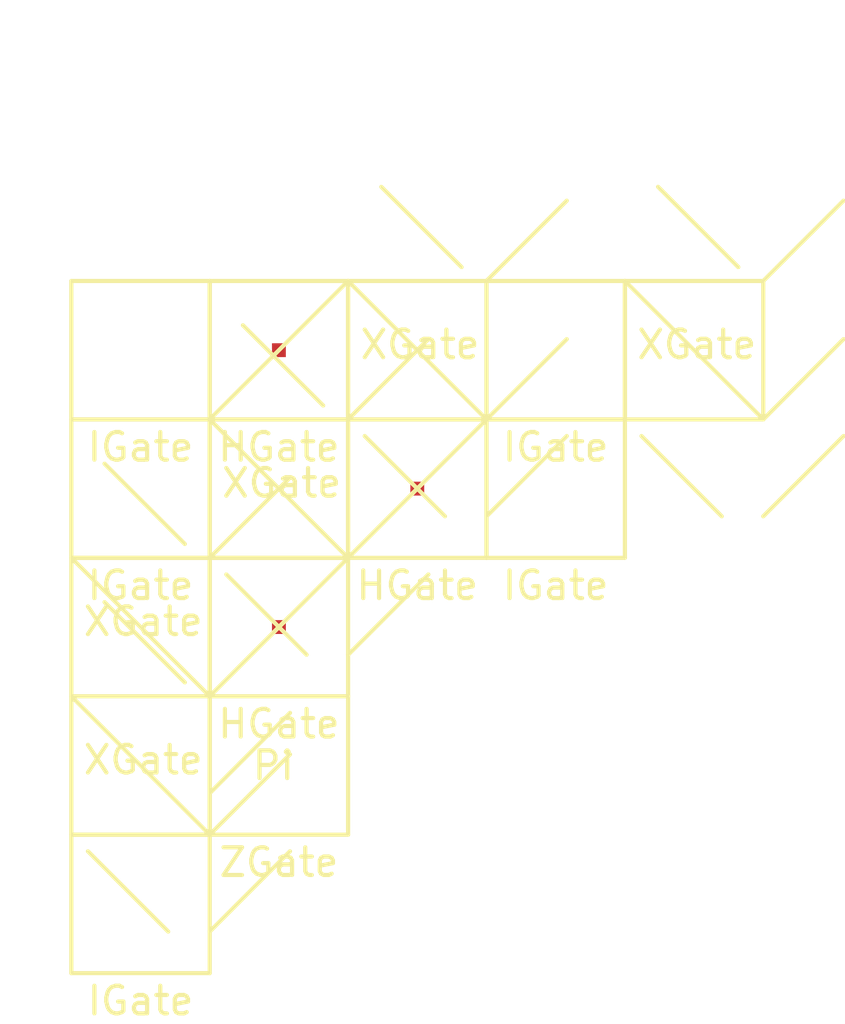
<source format=kicad_pcb>

(kicad_pcb 
    (version 1) 
    (host pykicad x.x.x) 
    (general 
        (nets 4)) 
    (page User 20.000000 20.000000) 
    (title_block 
        (title "Quantum PCB Output") (comment 1 ""))  
(setup 
    (grid_origin 10 10)) 
(net 1 VI) 
(net 2 VO) 
(net 3 GND) 
(net_class default "" 
    (trace_width 1) (add_net VI) (add_net VO) (add_net GND)) 
(module igate-macro 
    (layer F.Cu) 
    (tedit 5DC2D8F7) 
    (at 5 0) 
(fp_text reference IGate 
    (at 0.0000000000 3.5000000000) 
    (layer F.SilkS) 
    (effects 
        (font 
            (size 1.0000000000 1.0000000000) 
            (thickness 0.1500000000)))) 
(fp_text value igate-macro 
    (at 0.2000000000 -3.4000000000) 
    (layer F.Fab) 
    (effects 
        (font 
            (size 1.0000000000 1.0000000000) 
            (thickness 0.1500000000)))) 
(fp_line 
    (start -2.5000000000 -2.5000000000) 
    (end 2.5000000000 -2.5000000000) 
    (layer F.SilkS) 
    (width 0.1500000000)) 
(fp_line 
    (start 2.5000000000 -2.5000000000) 
    (end 2.5000000000 2.5000000000) 
    (layer F.SilkS) 
    (width 0.1500000000)) 
(fp_line 
    (start 2.5000000000 2.5000000000) 
    (end -2.5000000000 2.5000000000) 
    (layer F.SilkS) 
    (width 0.1500000000)) 
(fp_line 
    (start -2.5000000000 2.5000000000) 
    (end -2.5000000000 -2.5000000000) 
    (layer F.SilkS) 
    (width 0.1500000000))) 
(module hgate-macro 
    (layer F.Cu) 
    (tedit 5DC25ABA) 
    (at 10 0) 
(fp_text reference HGate 
    (at 0.0000000000 3.5000000000) 
    (layer F.SilkS) 
    (effects 
        (font 
            (size 1.0000000000 1.0000000000) 
            (thickness 0.1500000000)))) 
(fp_text value hgate-macro 
    (at 0.2000000000 -3.4000000000) 
    (layer F.Fab) 
    (effects 
        (font 
            (size 1.0000000000 1.0000000000) 
            (thickness 0.1500000000)))) 
(fp_line 
    (start -2.5000000000 -2.5000000000) 
    (end 2.5000000000 -2.5000000000) 
    (layer F.SilkS) 
    (width 0.1500000000)) 
(fp_line 
    (start 2.5000000000 -2.5000000000) 
    (end 2.5000000000 2.5000000000) 
    (layer F.SilkS) 
    (width 0.1500000000)) 
(fp_line 
    (start 2.5000000000 2.5000000000) 
    (end -2.5000000000 2.5000000000) 
    (layer F.SilkS) 
    (width 0.1500000000)) 
(fp_line 
    (start -2.5000000000 2.5000000000) 
    (end -2.5000000000 -2.5000000000) 
    (layer F.SilkS) 
    (width 0.1500000000)) 
(fp_line 
    (start 2.5000000000 -2.5000000000) 
    (end -2.5000000000 2.5000000000) 
    (layer F.SilkS) 
    (width 0.1500000000)) 
(pad 1 smd rect 
    (size 0.5000000000 0.5000000000) 
    (at 0.0000000000 0.0000000000) 
    (layers F.Cu F.Paste F.Mask))) 
(module xgate-macro 
    (layer F.Cu) 
    (tedit 5DC2D8D7) 
    (at 15 0) 
(fp_text reference XGate 
    (at 0.1000000000 -0.2000000000) 
    (layer F.SilkS) 
    (effects 
        (font 
            (size 1.0000000000 1.0000000000) 
            (thickness 0.1500000000)))) 
(fp_text value xgate-macro 
    (at 0.0000000000 -11.8000000000) 
    (layer F.Fab) 
    (effects 
        (font 
            (size 1.0000000000 1.0000000000) 
            (thickness 0.1500000000)))) 
(fp_line 
    (start -2.5000000000 -2.5000000000) 
    (end 2.5000000000 -2.5000000000) 
    (layer F.SilkS) 
    (width 0.1500000000)) 
(fp_line 
    (start 2.5000000000 -2.5000000000) 
    (end 2.5000000000 2.5000000000) 
    (layer F.SilkS) 
    (width 0.1500000000)) 
(fp_line 
    (start 2.5000000000 2.5000000000) 
    (end -2.5000000000 2.5000000000) 
    (layer F.SilkS) 
    (width 0.1500000000)) 
(fp_line 
    (start -2.5000000000 2.5000000000) 
    (end -2.5000000000 -2.5000000000) 
    (layer F.SilkS) 
    (width 0.1500000000)) 
(fp_line 
    (start -2.5000000000 -2.5000000000) 
    (end 2.5000000000 2.5000000000) 
    (layer F.SilkS) 
    (width 0.1500000000)) 
(fp_line 
    (start -1.3000000000 -5.9000000000) 
    (end 1.6000000000 -3.0000000000) 
    (layer F.SilkS) 
    (width 0.1500000000)) 
(fp_line 
    (start -1.9000000000 3.1000000000) 
    (end 1.0000000000 6.0000000000) 
    (layer F.SilkS) 
    (width 0.1500000000)) 
(fp_line 
    (start 2.5000000000 2.5000000000) 
    (end 5.4000000000 -0.4000000000) 
    (layer F.SilkS) 
    (width 0.1500000000)) 
(fp_line 
    (start 2.5000000000 6.0000000000) 
    (end 5.4000000000 3.1000000000) 
    (layer F.SilkS) 
    (width 0.1500000000)) 
(fp_line 
    (start 2.5000000000 -2.5000000000) 
    (end 5.4000000000 -5.4000000000) 
    (layer F.SilkS) 
    (width 0.1500000000))) 
(module igate-macro 
    (layer F.Cu) 
    (tedit 5DC2D8F7) 
    (at 20 0) 
(fp_text reference IGate 
    (at 0.0000000000 3.5000000000) 
    (layer F.SilkS) 
    (effects 
        (font 
            (size 1.0000000000 1.0000000000) 
            (thickness 0.1500000000)))) 
(fp_text value igate-macro 
    (at 0.2000000000 -3.4000000000) 
    (layer F.Fab) 
    (effects 
        (font 
            (size 1.0000000000 1.0000000000) 
            (thickness 0.1500000000)))) 
(fp_line 
    (start -2.5000000000 -2.5000000000) 
    (end 2.5000000000 -2.5000000000) 
    (layer F.SilkS) 
    (width 0.1500000000)) 
(fp_line 
    (start 2.5000000000 -2.5000000000) 
    (end 2.5000000000 2.5000000000) 
    (layer F.SilkS) 
    (width 0.1500000000)) 
(fp_line 
    (start 2.5000000000 2.5000000000) 
    (end -2.5000000000 2.5000000000) 
    (layer F.SilkS) 
    (width 0.1500000000)) 
(fp_line 
    (start -2.5000000000 2.5000000000) 
    (end -2.5000000000 -2.5000000000) 
    (layer F.SilkS) 
    (width 0.1500000000))) 
(module xgate-macro 
    (layer F.Cu) 
    (tedit 5DC2D8D7) 
    (at 25 0) 
(fp_text reference XGate 
    (at 0.1000000000 -0.2000000000) 
    (layer F.SilkS) 
    (effects 
        (font 
            (size 1.0000000000 1.0000000000) 
            (thickness 0.1500000000)))) 
(fp_text value xgate-macro 
    (at 0.0000000000 -11.8000000000) 
    (layer F.Fab) 
    (effects 
        (font 
            (size 1.0000000000 1.0000000000) 
            (thickness 0.1500000000)))) 
(fp_line 
    (start -2.5000000000 -2.5000000000) 
    (end 2.5000000000 -2.5000000000) 
    (layer F.SilkS) 
    (width 0.1500000000)) 
(fp_line 
    (start 2.5000000000 -2.5000000000) 
    (end 2.5000000000 2.5000000000) 
    (layer F.SilkS) 
    (width 0.1500000000)) 
(fp_line 
    (start 2.5000000000 2.5000000000) 
    (end -2.5000000000 2.5000000000) 
    (layer F.SilkS) 
    (width 0.1500000000)) 
(fp_line 
    (start -2.5000000000 2.5000000000) 
    (end -2.5000000000 -2.5000000000) 
    (layer F.SilkS) 
    (width 0.1500000000)) 
(fp_line 
    (start -2.5000000000 -2.5000000000) 
    (end 2.5000000000 2.5000000000) 
    (layer F.SilkS) 
    (width 0.1500000000)) 
(fp_line 
    (start -1.3000000000 -5.9000000000) 
    (end 1.6000000000 -3.0000000000) 
    (layer F.SilkS) 
    (width 0.1500000000)) 
(fp_line 
    (start -1.9000000000 3.1000000000) 
    (end 1.0000000000 6.0000000000) 
    (layer F.SilkS) 
    (width 0.1500000000)) 
(fp_line 
    (start 2.5000000000 2.5000000000) 
    (end 5.4000000000 -0.4000000000) 
    (layer F.SilkS) 
    (width 0.1500000000)) 
(fp_line 
    (start 2.5000000000 6.0000000000) 
    (end 5.4000000000 3.1000000000) 
    (layer F.SilkS) 
    (width 0.1500000000)) 
(fp_line 
    (start 2.5000000000 -2.5000000000) 
    (end 5.4000000000 -5.4000000000) 
    (layer F.SilkS) 
    (width 0.1500000000))) 
(module igate-macro 
    (layer F.Cu) 
    (tedit 5DC2D8F7) 
    (at 5 5) 
(fp_text reference IGate 
    (at 0.0000000000 3.5000000000) 
    (layer F.SilkS) 
    (effects 
        (font 
            (size 1.0000000000 1.0000000000) 
            (thickness 0.1500000000)))) 
(fp_text value igate-macro 
    (at 0.2000000000 -3.4000000000) 
    (layer F.Fab) 
    (effects 
        (font 
            (size 1.0000000000 1.0000000000) 
            (thickness 0.1500000000)))) 
(fp_line 
    (start -2.5000000000 -2.5000000000) 
    (end 2.5000000000 -2.5000000000) 
    (layer F.SilkS) 
    (width 0.1500000000)) 
(fp_line 
    (start 2.5000000000 -2.5000000000) 
    (end 2.5000000000 2.5000000000) 
    (layer F.SilkS) 
    (width 0.1500000000)) 
(fp_line 
    (start 2.5000000000 2.5000000000) 
    (end -2.5000000000 2.5000000000) 
    (layer F.SilkS) 
    (width 0.1500000000)) 
(fp_line 
    (start -2.5000000000 2.5000000000) 
    (end -2.5000000000 -2.5000000000) 
    (layer F.SilkS) 
    (width 0.1500000000))) 
(module xgate-macro 
    (layer F.Cu) 
    (tedit 5DC2D8D7) 
    (at 10 5) 
(fp_text reference XGate 
    (at 0.1000000000 -0.2000000000) 
    (layer F.SilkS) 
    (effects 
        (font 
            (size 1.0000000000 1.0000000000) 
            (thickness 0.1500000000)))) 
(fp_text value xgate-macro 
    (at 0.0000000000 -11.8000000000) 
    (layer F.Fab) 
    (effects 
        (font 
            (size 1.0000000000 1.0000000000) 
            (thickness 0.1500000000)))) 
(fp_line 
    (start -2.5000000000 -2.5000000000) 
    (end 2.5000000000 -2.5000000000) 
    (layer F.SilkS) 
    (width 0.1500000000)) 
(fp_line 
    (start 2.5000000000 -2.5000000000) 
    (end 2.5000000000 2.5000000000) 
    (layer F.SilkS) 
    (width 0.1500000000)) 
(fp_line 
    (start 2.5000000000 2.5000000000) 
    (end -2.5000000000 2.5000000000) 
    (layer F.SilkS) 
    (width 0.1500000000)) 
(fp_line 
    (start -2.5000000000 2.5000000000) 
    (end -2.5000000000 -2.5000000000) 
    (layer F.SilkS) 
    (width 0.1500000000)) 
(fp_line 
    (start -2.5000000000 -2.5000000000) 
    (end 2.5000000000 2.5000000000) 
    (layer F.SilkS) 
    (width 0.1500000000)) 
(fp_line 
    (start -1.3000000000 -5.9000000000) 
    (end 1.6000000000 -3.0000000000) 
    (layer F.SilkS) 
    (width 0.1500000000)) 
(fp_line 
    (start -1.9000000000 3.1000000000) 
    (end 1.0000000000 6.0000000000) 
    (layer F.SilkS) 
    (width 0.1500000000)) 
(fp_line 
    (start 2.5000000000 2.5000000000) 
    (end 5.4000000000 -0.4000000000) 
    (layer F.SilkS) 
    (width 0.1500000000)) 
(fp_line 
    (start 2.5000000000 6.0000000000) 
    (end 5.4000000000 3.1000000000) 
    (layer F.SilkS) 
    (width 0.1500000000)) 
(fp_line 
    (start 2.5000000000 -2.5000000000) 
    (end 5.4000000000 -5.4000000000) 
    (layer F.SilkS) 
    (width 0.1500000000))) 
(module hgate-macro 
    (layer F.Cu) 
    (tedit 5DC25ABA) 
    (at 15 5) 
(fp_text reference HGate 
    (at 0.0000000000 3.5000000000) 
    (layer F.SilkS) 
    (effects 
        (font 
            (size 1.0000000000 1.0000000000) 
            (thickness 0.1500000000)))) 
(fp_text value hgate-macro 
    (at 0.2000000000 -3.4000000000) 
    (layer F.Fab) 
    (effects 
        (font 
            (size 1.0000000000 1.0000000000) 
            (thickness 0.1500000000)))) 
(fp_line 
    (start -2.5000000000 -2.5000000000) 
    (end 2.5000000000 -2.5000000000) 
    (layer F.SilkS) 
    (width 0.1500000000)) 
(fp_line 
    (start 2.5000000000 -2.5000000000) 
    (end 2.5000000000 2.5000000000) 
    (layer F.SilkS) 
    (width 0.1500000000)) 
(fp_line 
    (start 2.5000000000 2.5000000000) 
    (end -2.5000000000 2.5000000000) 
    (layer F.SilkS) 
    (width 0.1500000000)) 
(fp_line 
    (start -2.5000000000 2.5000000000) 
    (end -2.5000000000 -2.5000000000) 
    (layer F.SilkS) 
    (width 0.1500000000)) 
(fp_line 
    (start 2.5000000000 -2.5000000000) 
    (end -2.5000000000 2.5000000000) 
    (layer F.SilkS) 
    (width 0.1500000000)) 
(pad 1 smd rect 
    (size 0.5000000000 0.5000000000) 
    (at 0.0000000000 0.0000000000) 
    (layers F.Cu F.Paste F.Mask))) 
(module igate-macro 
    (layer F.Cu) 
    (tedit 5DC2D8F7) 
    (at 20 5) 
(fp_text reference IGate 
    (at 0.0000000000 3.5000000000) 
    (layer F.SilkS) 
    (effects 
        (font 
            (size 1.0000000000 1.0000000000) 
            (thickness 0.1500000000)))) 
(fp_text value igate-macro 
    (at 0.2000000000 -3.4000000000) 
    (layer F.Fab) 
    (effects 
        (font 
            (size 1.0000000000 1.0000000000) 
            (thickness 0.1500000000)))) 
(fp_line 
    (start -2.5000000000 -2.5000000000) 
    (end 2.5000000000 -2.5000000000) 
    (layer F.SilkS) 
    (width 0.1500000000)) 
(fp_line 
    (start 2.5000000000 -2.5000000000) 
    (end 2.5000000000 2.5000000000) 
    (layer F.SilkS) 
    (width 0.1500000000)) 
(fp_line 
    (start 2.5000000000 2.5000000000) 
    (end -2.5000000000 2.5000000000) 
    (layer F.SilkS) 
    (width 0.1500000000)) 
(fp_line 
    (start -2.5000000000 2.5000000000) 
    (end -2.5000000000 -2.5000000000) 
    (layer F.SilkS) 
    (width 0.1500000000))) 
(module xgate-macro 
    (layer F.Cu) 
    (tedit 5DC2D8D7) 
    (at 5 10) 
(fp_text reference XGate 
    (at 0.1000000000 -0.2000000000) 
    (layer F.SilkS) 
    (effects 
        (font 
            (size 1.0000000000 1.0000000000) 
            (thickness 0.1500000000)))) 
(fp_text value xgate-macro 
    (at 0.0000000000 -11.8000000000) 
    (layer F.Fab) 
    (effects 
        (font 
            (size 1.0000000000 1.0000000000) 
            (thickness 0.1500000000)))) 
(fp_line 
    (start -2.5000000000 -2.5000000000) 
    (end 2.5000000000 -2.5000000000) 
    (layer F.SilkS) 
    (width 0.1500000000)) 
(fp_line 
    (start 2.5000000000 -2.5000000000) 
    (end 2.5000000000 2.5000000000) 
    (layer F.SilkS) 
    (width 0.1500000000)) 
(fp_line 
    (start 2.5000000000 2.5000000000) 
    (end -2.5000000000 2.5000000000) 
    (layer F.SilkS) 
    (width 0.1500000000)) 
(fp_line 
    (start -2.5000000000 2.5000000000) 
    (end -2.5000000000 -2.5000000000) 
    (layer F.SilkS) 
    (width 0.1500000000)) 
(fp_line 
    (start -2.5000000000 -2.5000000000) 
    (end 2.5000000000 2.5000000000) 
    (layer F.SilkS) 
    (width 0.1500000000)) 
(fp_line 
    (start -1.3000000000 -5.9000000000) 
    (end 1.6000000000 -3.0000000000) 
    (layer F.SilkS) 
    (width 0.1500000000)) 
(fp_line 
    (start -1.9000000000 3.1000000000) 
    (end 1.0000000000 6.0000000000) 
    (layer F.SilkS) 
    (width 0.1500000000)) 
(fp_line 
    (start 2.5000000000 2.5000000000) 
    (end 5.4000000000 -0.4000000000) 
    (layer F.SilkS) 
    (width 0.1500000000)) 
(fp_line 
    (start 2.5000000000 6.0000000000) 
    (end 5.4000000000 3.1000000000) 
    (layer F.SilkS) 
    (width 0.1500000000)) 
(fp_line 
    (start 2.5000000000 -2.5000000000) 
    (end 5.4000000000 -5.4000000000) 
    (layer F.SilkS) 
    (width 0.1500000000))) 
(module hgate-macro 
    (layer F.Cu) 
    (tedit 5DC25ABA) 
    (at 10 10) 
(fp_text reference HGate 
    (at 0.0000000000 3.5000000000) 
    (layer F.SilkS) 
    (effects 
        (font 
            (size 1.0000000000 1.0000000000) 
            (thickness 0.1500000000)))) 
(fp_text value hgate-macro 
    (at 0.2000000000 -3.4000000000) 
    (layer F.Fab) 
    (effects 
        (font 
            (size 1.0000000000 1.0000000000) 
            (thickness 0.1500000000)))) 
(fp_line 
    (start -2.5000000000 -2.5000000000) 
    (end 2.5000000000 -2.5000000000) 
    (layer F.SilkS) 
    (width 0.1500000000)) 
(fp_line 
    (start 2.5000000000 -2.5000000000) 
    (end 2.5000000000 2.5000000000) 
    (layer F.SilkS) 
    (width 0.1500000000)) 
(fp_line 
    (start 2.5000000000 2.5000000000) 
    (end -2.5000000000 2.5000000000) 
    (layer F.SilkS) 
    (width 0.1500000000)) 
(fp_line 
    (start -2.5000000000 2.5000000000) 
    (end -2.5000000000 -2.5000000000) 
    (layer F.SilkS) 
    (width 0.1500000000)) 
(fp_line 
    (start 2.5000000000 -2.5000000000) 
    (end -2.5000000000 2.5000000000) 
    (layer F.SilkS) 
    (width 0.1500000000)) 
(pad 1 smd rect 
    (size 0.5000000000 0.5000000000) 
    (at 0.0000000000 0.0000000000) 
    (layers F.Cu F.Paste F.Mask))) 
(module xgate-macro 
    (layer F.Cu) 
    (tedit 5DC2D8D7) 
    (at 5 15) 
(fp_text reference XGate 
    (at 0.1000000000 -0.2000000000) 
    (layer F.SilkS) 
    (effects 
        (font 
            (size 1.0000000000 1.0000000000) 
            (thickness 0.1500000000)))) 
(fp_text value xgate-macro 
    (at 0.0000000000 -11.8000000000) 
    (layer F.Fab) 
    (effects 
        (font 
            (size 1.0000000000 1.0000000000) 
            (thickness 0.1500000000)))) 
(fp_line 
    (start -2.5000000000 -2.5000000000) 
    (end 2.5000000000 -2.5000000000) 
    (layer F.SilkS) 
    (width 0.1500000000)) 
(fp_line 
    (start 2.5000000000 -2.5000000000) 
    (end 2.5000000000 2.5000000000) 
    (layer F.SilkS) 
    (width 0.1500000000)) 
(fp_line 
    (start 2.5000000000 2.5000000000) 
    (end -2.5000000000 2.5000000000) 
    (layer F.SilkS) 
    (width 0.1500000000)) 
(fp_line 
    (start -2.5000000000 2.5000000000) 
    (end -2.5000000000 -2.5000000000) 
    (layer F.SilkS) 
    (width 0.1500000000)) 
(fp_line 
    (start -2.5000000000 -2.5000000000) 
    (end 2.5000000000 2.5000000000) 
    (layer F.SilkS) 
    (width 0.1500000000)) 
(fp_line 
    (start -1.3000000000 -5.9000000000) 
    (end 1.6000000000 -3.0000000000) 
    (layer F.SilkS) 
    (width 0.1500000000)) 
(fp_line 
    (start -1.9000000000 3.1000000000) 
    (end 1.0000000000 6.0000000000) 
    (layer F.SilkS) 
    (width 0.1500000000)) 
(fp_line 
    (start 2.5000000000 2.5000000000) 
    (end 5.4000000000 -0.4000000000) 
    (layer F.SilkS) 
    (width 0.1500000000)) 
(fp_line 
    (start 2.5000000000 6.0000000000) 
    (end 5.4000000000 3.1000000000) 
    (layer F.SilkS) 
    (width 0.1500000000)) 
(fp_line 
    (start 2.5000000000 -2.5000000000) 
    (end 5.4000000000 -5.4000000000) 
    (layer F.SilkS) 
    (width 0.1500000000))) 
(module zgate-macro 
    (layer F.Cu) 
    (tedit 5DC2D8AC) 
    (at 10 15) 
(fp_text reference ZGate 
    (at 0.0000000000 3.5000000000) 
    (layer F.SilkS) 
    (effects 
        (font 
            (size 1.0000000000 1.0000000000) 
            (thickness 0.1500000000)))) 
(fp_text value zgate-macro 
    (at 0.2000000000 -3.4000000000) 
    (layer F.Fab) 
    (effects 
        (font 
            (size 1.0000000000 1.0000000000) 
            (thickness 0.1500000000)))) 
(fp_text user Pi 
    (at -0.2000000000 0.0000000000) 
    (layer F.SilkS) 
    (effects 
        (font 
            (size 1.0000000000 1.0000000000) 
            (thickness 0.1500000000)))) 
(fp_line 
    (start -2.5000000000 -2.5000000000) 
    (end 2.5000000000 -2.5000000000) 
    (layer F.SilkS) 
    (width 0.1500000000)) 
(fp_line 
    (start 2.5000000000 -2.5000000000) 
    (end 2.5000000000 2.5000000000) 
    (layer F.SilkS) 
    (width 0.1500000000)) 
(fp_line 
    (start 2.5000000000 2.5000000000) 
    (end -2.5000000000 2.5000000000) 
    (layer F.SilkS) 
    (width 0.1500000000)) 
(fp_line 
    (start -2.5000000000 2.5000000000) 
    (end -2.5000000000 -2.5000000000) 
    (layer F.SilkS) 
    (width 0.1500000000))) 
(module igate-macro 
    (layer F.Cu) 
    (tedit 5DC2D8F7) 
    (at 5 20) 
(fp_text reference IGate 
    (at 0.0000000000 3.5000000000) 
    (layer F.SilkS) 
    (effects 
        (font 
            (size 1.0000000000 1.0000000000) 
            (thickness 0.1500000000)))) 
(fp_text value igate-macro 
    (at 0.2000000000 -3.4000000000) 
    (layer F.Fab) 
    (effects 
        (font 
            (size 1.0000000000 1.0000000000) 
            (thickness 0.1500000000)))) 
(fp_line 
    (start -2.5000000000 -2.5000000000) 
    (end 2.5000000000 -2.5000000000) 
    (layer F.SilkS) 
    (width 0.1500000000)) 
(fp_line 
    (start 2.5000000000 -2.5000000000) 
    (end 2.5000000000 2.5000000000) 
    (layer F.SilkS) 
    (width 0.1500000000)) 
(fp_line 
    (start 2.5000000000 2.5000000000) 
    (end -2.5000000000 2.5000000000) 
    (layer F.SilkS) 
    (width 0.1500000000)) 
(fp_line 
    (start -2.5000000000 2.5000000000) 
    (end -2.5000000000 -2.5000000000) 
    (layer F.SilkS) 
    (width 0.1500000000))))
</source>
